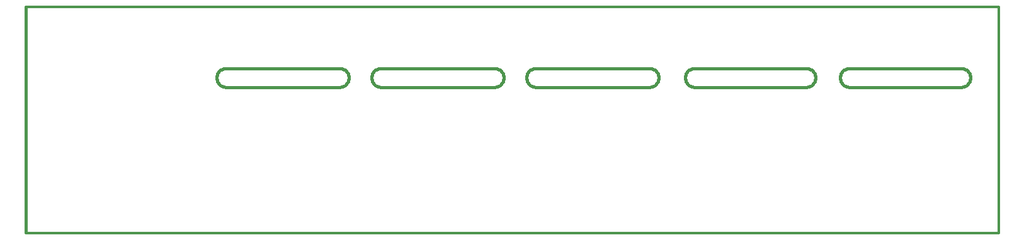
<source format=gbr>
G04 (created by PCBNEW-RS274X (20100406 SVN-R2508)-final) date 6/3/2010 9:57:39 PM*
G01*
G70*
G90*
%MOIN*%
G04 Gerber Fmt 3.4, Leading zero omitted, Abs format*
%FSLAX34Y34*%
G04 APERTURE LIST*
%ADD10C,0.006000*%
%ADD11C,0.012000*%
%ADD12C,0.015000*%
G04 APERTURE END LIST*
G54D10*
G54D11*
X72500Y-43250D02*
X21000Y-43250D01*
X72500Y-55250D02*
X72500Y-43250D01*
X21000Y-55250D02*
X72500Y-55250D01*
G54D12*
X70500Y-47500D02*
X70543Y-47498D01*
X70586Y-47492D01*
X70629Y-47482D01*
X70671Y-47469D01*
X70711Y-47453D01*
X70750Y-47433D01*
X70786Y-47409D01*
X70821Y-47383D01*
X70853Y-47353D01*
X70883Y-47321D01*
X70909Y-47286D01*
X70933Y-47249D01*
X70953Y-47211D01*
X70969Y-47171D01*
X70982Y-47129D01*
X70992Y-47086D01*
X70998Y-47043D01*
X71000Y-47000D01*
X71000Y-47000D02*
X70998Y-46957D01*
X70992Y-46914D01*
X70982Y-46871D01*
X70969Y-46829D01*
X70953Y-46789D01*
X70933Y-46751D01*
X70909Y-46714D01*
X70883Y-46679D01*
X70853Y-46647D01*
X70821Y-46617D01*
X70786Y-46591D01*
X70750Y-46567D01*
X70711Y-46547D01*
X70671Y-46531D01*
X70629Y-46518D01*
X70586Y-46508D01*
X70543Y-46502D01*
X70500Y-46500D01*
X64600Y-47500D02*
X70500Y-47500D01*
X70500Y-46500D02*
X64600Y-46500D01*
X21000Y-55200D02*
X21000Y-55000D01*
X54000Y-47500D02*
X48000Y-47500D01*
X31600Y-46500D02*
X31557Y-46502D01*
X31514Y-46508D01*
X31471Y-46518D01*
X31429Y-46531D01*
X31389Y-46547D01*
X31351Y-46567D01*
X31314Y-46591D01*
X31279Y-46617D01*
X31247Y-46647D01*
X31217Y-46679D01*
X31191Y-46714D01*
X31167Y-46751D01*
X31147Y-46789D01*
X31131Y-46829D01*
X31118Y-46871D01*
X31108Y-46914D01*
X31102Y-46957D01*
X31100Y-47000D01*
X31100Y-47000D02*
X31102Y-47043D01*
X31108Y-47086D01*
X31118Y-47129D01*
X31131Y-47171D01*
X31147Y-47211D01*
X31167Y-47249D01*
X31191Y-47286D01*
X31217Y-47321D01*
X31247Y-47353D01*
X31279Y-47383D01*
X31314Y-47409D01*
X31351Y-47433D01*
X31389Y-47453D01*
X31429Y-47469D01*
X31471Y-47482D01*
X31514Y-47492D01*
X31557Y-47498D01*
X31600Y-47500D01*
X37600Y-47500D02*
X37643Y-47498D01*
X37686Y-47492D01*
X37729Y-47482D01*
X37771Y-47469D01*
X37811Y-47453D01*
X37850Y-47433D01*
X37886Y-47409D01*
X37921Y-47383D01*
X37953Y-47353D01*
X37983Y-47321D01*
X38009Y-47286D01*
X38033Y-47249D01*
X38053Y-47211D01*
X38069Y-47171D01*
X38082Y-47129D01*
X38092Y-47086D01*
X38098Y-47043D01*
X38100Y-47000D01*
X38100Y-47000D02*
X38098Y-46957D01*
X38092Y-46914D01*
X38082Y-46871D01*
X38069Y-46829D01*
X38053Y-46789D01*
X38033Y-46751D01*
X38009Y-46714D01*
X37983Y-46679D01*
X37953Y-46647D01*
X37921Y-46617D01*
X37886Y-46591D01*
X37850Y-46567D01*
X37811Y-46547D01*
X37771Y-46531D01*
X37729Y-46518D01*
X37686Y-46508D01*
X37643Y-46502D01*
X37600Y-46500D01*
X39800Y-46500D02*
X39757Y-46502D01*
X39714Y-46508D01*
X39671Y-46518D01*
X39629Y-46531D01*
X39589Y-46547D01*
X39551Y-46567D01*
X39514Y-46591D01*
X39479Y-46617D01*
X39447Y-46647D01*
X39417Y-46679D01*
X39391Y-46714D01*
X39367Y-46751D01*
X39347Y-46789D01*
X39331Y-46829D01*
X39318Y-46871D01*
X39308Y-46914D01*
X39302Y-46957D01*
X39300Y-47000D01*
X39300Y-47000D02*
X39302Y-47043D01*
X39308Y-47086D01*
X39318Y-47129D01*
X39331Y-47171D01*
X39347Y-47211D01*
X39367Y-47249D01*
X39391Y-47286D01*
X39417Y-47321D01*
X39447Y-47353D01*
X39479Y-47383D01*
X39514Y-47409D01*
X39551Y-47433D01*
X39589Y-47453D01*
X39629Y-47469D01*
X39671Y-47482D01*
X39714Y-47492D01*
X39757Y-47498D01*
X39800Y-47500D01*
X45800Y-47500D02*
X45843Y-47498D01*
X45886Y-47492D01*
X45929Y-47482D01*
X45971Y-47469D01*
X46011Y-47453D01*
X46050Y-47433D01*
X46086Y-47409D01*
X46121Y-47383D01*
X46153Y-47353D01*
X46183Y-47321D01*
X46209Y-47286D01*
X46233Y-47249D01*
X46253Y-47211D01*
X46269Y-47171D01*
X46282Y-47129D01*
X46292Y-47086D01*
X46298Y-47043D01*
X46300Y-47000D01*
X46300Y-47000D02*
X46298Y-46957D01*
X46292Y-46914D01*
X46282Y-46871D01*
X46269Y-46829D01*
X46253Y-46789D01*
X46233Y-46751D01*
X46209Y-46714D01*
X46183Y-46679D01*
X46153Y-46647D01*
X46121Y-46617D01*
X46086Y-46591D01*
X46050Y-46567D01*
X46011Y-46547D01*
X45971Y-46531D01*
X45929Y-46518D01*
X45886Y-46508D01*
X45843Y-46502D01*
X45800Y-46500D01*
X48000Y-46500D02*
X47957Y-46502D01*
X47914Y-46508D01*
X47871Y-46518D01*
X47829Y-46531D01*
X47789Y-46547D01*
X47751Y-46567D01*
X47714Y-46591D01*
X47679Y-46617D01*
X47647Y-46647D01*
X47617Y-46679D01*
X47591Y-46714D01*
X47567Y-46751D01*
X47547Y-46789D01*
X47531Y-46829D01*
X47518Y-46871D01*
X47508Y-46914D01*
X47502Y-46957D01*
X47500Y-47000D01*
X47500Y-47000D02*
X47502Y-47043D01*
X47508Y-47086D01*
X47518Y-47129D01*
X47531Y-47171D01*
X47547Y-47211D01*
X47567Y-47249D01*
X47591Y-47286D01*
X47617Y-47321D01*
X47647Y-47353D01*
X47679Y-47383D01*
X47714Y-47409D01*
X47751Y-47433D01*
X47789Y-47453D01*
X47829Y-47469D01*
X47871Y-47482D01*
X47914Y-47492D01*
X47957Y-47498D01*
X48000Y-47500D01*
X54000Y-47500D02*
X54043Y-47498D01*
X54086Y-47492D01*
X54129Y-47482D01*
X54171Y-47469D01*
X54211Y-47453D01*
X54250Y-47433D01*
X54286Y-47409D01*
X54321Y-47383D01*
X54353Y-47353D01*
X54383Y-47321D01*
X54409Y-47286D01*
X54433Y-47249D01*
X54453Y-47211D01*
X54469Y-47171D01*
X54482Y-47129D01*
X54492Y-47086D01*
X54498Y-47043D01*
X54500Y-47000D01*
X54500Y-47000D02*
X54498Y-46957D01*
X54492Y-46914D01*
X54482Y-46871D01*
X54469Y-46829D01*
X54453Y-46789D01*
X54433Y-46751D01*
X54409Y-46714D01*
X54383Y-46679D01*
X54353Y-46647D01*
X54321Y-46617D01*
X54286Y-46591D01*
X54250Y-46567D01*
X54211Y-46547D01*
X54171Y-46531D01*
X54129Y-46518D01*
X54086Y-46508D01*
X54043Y-46502D01*
X54000Y-46500D01*
X55900Y-47000D02*
X55902Y-47043D01*
X55908Y-47086D01*
X55918Y-47129D01*
X55931Y-47171D01*
X55947Y-47211D01*
X55967Y-47249D01*
X55991Y-47286D01*
X56017Y-47321D01*
X56047Y-47353D01*
X56079Y-47383D01*
X56114Y-47409D01*
X56151Y-47433D01*
X56189Y-47453D01*
X56229Y-47469D01*
X56271Y-47482D01*
X56314Y-47492D01*
X56357Y-47498D01*
X56400Y-47500D01*
X56400Y-46500D02*
X56357Y-46502D01*
X56314Y-46508D01*
X56271Y-46518D01*
X56229Y-46531D01*
X56189Y-46547D01*
X56151Y-46567D01*
X56114Y-46591D01*
X56079Y-46617D01*
X56047Y-46647D01*
X56017Y-46679D01*
X55991Y-46714D01*
X55967Y-46751D01*
X55947Y-46789D01*
X55931Y-46829D01*
X55918Y-46871D01*
X55908Y-46914D01*
X55902Y-46957D01*
X55900Y-47000D01*
X62300Y-47500D02*
X62343Y-47498D01*
X62386Y-47492D01*
X62429Y-47482D01*
X62471Y-47469D01*
X62511Y-47453D01*
X62550Y-47433D01*
X62586Y-47409D01*
X62621Y-47383D01*
X62653Y-47353D01*
X62683Y-47321D01*
X62709Y-47286D01*
X62733Y-47249D01*
X62753Y-47211D01*
X62769Y-47171D01*
X62782Y-47129D01*
X62792Y-47086D01*
X62798Y-47043D01*
X62800Y-47000D01*
X62800Y-47000D02*
X62798Y-46957D01*
X62792Y-46914D01*
X62782Y-46871D01*
X62769Y-46829D01*
X62753Y-46789D01*
X62733Y-46751D01*
X62709Y-46714D01*
X62683Y-46679D01*
X62653Y-46647D01*
X62621Y-46617D01*
X62586Y-46591D01*
X62550Y-46567D01*
X62511Y-46547D01*
X62471Y-46531D01*
X62429Y-46518D01*
X62386Y-46508D01*
X62343Y-46502D01*
X62300Y-46500D01*
X31600Y-47500D02*
X37600Y-47500D01*
X37600Y-46500D02*
X31600Y-46500D01*
X39800Y-47500D02*
X45800Y-47500D01*
X45800Y-46500D02*
X39800Y-46500D01*
X54000Y-46500D02*
X48000Y-46500D01*
X56400Y-46500D02*
X62300Y-46500D01*
X62300Y-47500D02*
X56400Y-47500D01*
X64100Y-47000D02*
X64102Y-47043D01*
X64108Y-47086D01*
X64118Y-47129D01*
X64131Y-47171D01*
X64147Y-47211D01*
X64167Y-47249D01*
X64191Y-47286D01*
X64217Y-47321D01*
X64247Y-47353D01*
X64279Y-47383D01*
X64314Y-47409D01*
X64351Y-47433D01*
X64389Y-47453D01*
X64429Y-47469D01*
X64471Y-47482D01*
X64514Y-47492D01*
X64557Y-47498D01*
X64600Y-47500D01*
X64600Y-46500D02*
X64557Y-46502D01*
X64514Y-46508D01*
X64471Y-46518D01*
X64429Y-46531D01*
X64389Y-46547D01*
X64351Y-46567D01*
X64314Y-46591D01*
X64279Y-46617D01*
X64247Y-46647D01*
X64217Y-46679D01*
X64191Y-46714D01*
X64167Y-46751D01*
X64147Y-46789D01*
X64131Y-46829D01*
X64118Y-46871D01*
X64108Y-46914D01*
X64102Y-46957D01*
X64100Y-47000D01*
X21000Y-43250D02*
X21000Y-55000D01*
M02*

</source>
